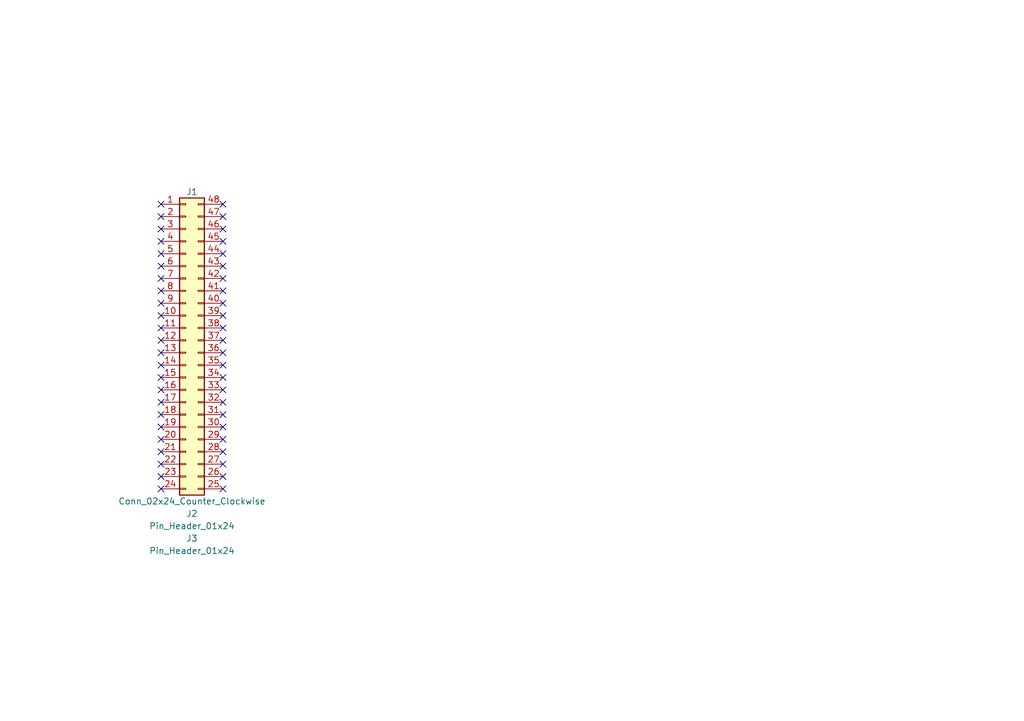
<source format=kicad_sch>
(kicad_sch
	(version 20250114)
	(generator "eeschema")
	(generator_version "9.0")
	(uuid "337b5f72-8be1-4121-9dc6-479b565482b2")
	(paper "A5")
	(title_block
		(title "Board 2x28 W15.24mm")
		(date "2025-09-29")
		(rev "V0")
	)
	(lib_symbols
		(symbol "Connector_Generic:Conn_02x24_Counter_Clockwise"
			(pin_names
				(offset 1.016)
				(hide yes)
			)
			(exclude_from_sim no)
			(in_bom yes)
			(on_board yes)
			(property "Reference" "J"
				(at 1.27 30.48 0)
				(effects
					(font
						(size 1.27 1.27)
					)
				)
			)
			(property "Value" "Conn_02x24_Counter_Clockwise"
				(at 1.27 -33.02 0)
				(effects
					(font
						(size 1.27 1.27)
					)
				)
			)
			(property "Footprint" ""
				(at 0 0 0)
				(effects
					(font
						(size 1.27 1.27)
					)
					(hide yes)
				)
			)
			(property "Datasheet" "~"
				(at 0 0 0)
				(effects
					(font
						(size 1.27 1.27)
					)
					(hide yes)
				)
			)
			(property "Description" "Generic connector, double row, 02x24, counter clockwise pin numbering scheme (similar to DIP package numbering), script generated (kicad-library-utils/schlib/autogen/connector/)"
				(at 0 0 0)
				(effects
					(font
						(size 1.27 1.27)
					)
					(hide yes)
				)
			)
			(property "ki_keywords" "connector"
				(at 0 0 0)
				(effects
					(font
						(size 1.27 1.27)
					)
					(hide yes)
				)
			)
			(property "ki_fp_filters" "Connector*:*_2x??_*"
				(at 0 0 0)
				(effects
					(font
						(size 1.27 1.27)
					)
					(hide yes)
				)
			)
			(symbol "Conn_02x24_Counter_Clockwise_1_1"
				(rectangle
					(start -1.27 29.21)
					(end 3.81 -31.75)
					(stroke
						(width 0.254)
						(type default)
					)
					(fill
						(type background)
					)
				)
				(rectangle
					(start -1.27 28.067)
					(end 0 27.813)
					(stroke
						(width 0.1524)
						(type default)
					)
					(fill
						(type none)
					)
				)
				(rectangle
					(start -1.27 25.527)
					(end 0 25.273)
					(stroke
						(width 0.1524)
						(type default)
					)
					(fill
						(type none)
					)
				)
				(rectangle
					(start -1.27 22.987)
					(end 0 22.733)
					(stroke
						(width 0.1524)
						(type default)
					)
					(fill
						(type none)
					)
				)
				(rectangle
					(start -1.27 20.447)
					(end 0 20.193)
					(stroke
						(width 0.1524)
						(type default)
					)
					(fill
						(type none)
					)
				)
				(rectangle
					(start -1.27 17.907)
					(end 0 17.653)
					(stroke
						(width 0.1524)
						(type default)
					)
					(fill
						(type none)
					)
				)
				(rectangle
					(start -1.27 15.367)
					(end 0 15.113)
					(stroke
						(width 0.1524)
						(type default)
					)
					(fill
						(type none)
					)
				)
				(rectangle
					(start -1.27 12.827)
					(end 0 12.573)
					(stroke
						(width 0.1524)
						(type default)
					)
					(fill
						(type none)
					)
				)
				(rectangle
					(start -1.27 10.287)
					(end 0 10.033)
					(stroke
						(width 0.1524)
						(type default)
					)
					(fill
						(type none)
					)
				)
				(rectangle
					(start -1.27 7.747)
					(end 0 7.493)
					(stroke
						(width 0.1524)
						(type default)
					)
					(fill
						(type none)
					)
				)
				(rectangle
					(start -1.27 5.207)
					(end 0 4.953)
					(stroke
						(width 0.1524)
						(type default)
					)
					(fill
						(type none)
					)
				)
				(rectangle
					(start -1.27 2.667)
					(end 0 2.413)
					(stroke
						(width 0.1524)
						(type default)
					)
					(fill
						(type none)
					)
				)
				(rectangle
					(start -1.27 0.127)
					(end 0 -0.127)
					(stroke
						(width 0.1524)
						(type default)
					)
					(fill
						(type none)
					)
				)
				(rectangle
					(start -1.27 -2.413)
					(end 0 -2.667)
					(stroke
						(width 0.1524)
						(type default)
					)
					(fill
						(type none)
					)
				)
				(rectangle
					(start -1.27 -4.953)
					(end 0 -5.207)
					(stroke
						(width 0.1524)
						(type default)
					)
					(fill
						(type none)
					)
				)
				(rectangle
					(start -1.27 -7.493)
					(end 0 -7.747)
					(stroke
						(width 0.1524)
						(type default)
					)
					(fill
						(type none)
					)
				)
				(rectangle
					(start -1.27 -10.033)
					(end 0 -10.287)
					(stroke
						(width 0.1524)
						(type default)
					)
					(fill
						(type none)
					)
				)
				(rectangle
					(start -1.27 -12.573)
					(end 0 -12.827)
					(stroke
						(width 0.1524)
						(type default)
					)
					(fill
						(type none)
					)
				)
				(rectangle
					(start -1.27 -15.113)
					(end 0 -15.367)
					(stroke
						(width 0.1524)
						(type default)
					)
					(fill
						(type none)
					)
				)
				(rectangle
					(start -1.27 -17.653)
					(end 0 -17.907)
					(stroke
						(width 0.1524)
						(type default)
					)
					(fill
						(type none)
					)
				)
				(rectangle
					(start -1.27 -20.193)
					(end 0 -20.447)
					(stroke
						(width 0.1524)
						(type default)
					)
					(fill
						(type none)
					)
				)
				(rectangle
					(start -1.27 -22.733)
					(end 0 -22.987)
					(stroke
						(width 0.1524)
						(type default)
					)
					(fill
						(type none)
					)
				)
				(rectangle
					(start -1.27 -25.273)
					(end 0 -25.527)
					(stroke
						(width 0.1524)
						(type default)
					)
					(fill
						(type none)
					)
				)
				(rectangle
					(start -1.27 -27.813)
					(end 0 -28.067)
					(stroke
						(width 0.1524)
						(type default)
					)
					(fill
						(type none)
					)
				)
				(rectangle
					(start -1.27 -30.353)
					(end 0 -30.607)
					(stroke
						(width 0.1524)
						(type default)
					)
					(fill
						(type none)
					)
				)
				(rectangle
					(start 3.81 28.067)
					(end 2.54 27.813)
					(stroke
						(width 0.1524)
						(type default)
					)
					(fill
						(type none)
					)
				)
				(rectangle
					(start 3.81 25.527)
					(end 2.54 25.273)
					(stroke
						(width 0.1524)
						(type default)
					)
					(fill
						(type none)
					)
				)
				(rectangle
					(start 3.81 22.987)
					(end 2.54 22.733)
					(stroke
						(width 0.1524)
						(type default)
					)
					(fill
						(type none)
					)
				)
				(rectangle
					(start 3.81 20.447)
					(end 2.54 20.193)
					(stroke
						(width 0.1524)
						(type default)
					)
					(fill
						(type none)
					)
				)
				(rectangle
					(start 3.81 17.907)
					(end 2.54 17.653)
					(stroke
						(width 0.1524)
						(type default)
					)
					(fill
						(type none)
					)
				)
				(rectangle
					(start 3.81 15.367)
					(end 2.54 15.113)
					(stroke
						(width 0.1524)
						(type default)
					)
					(fill
						(type none)
					)
				)
				(rectangle
					(start 3.81 12.827)
					(end 2.54 12.573)
					(stroke
						(width 0.1524)
						(type default)
					)
					(fill
						(type none)
					)
				)
				(rectangle
					(start 3.81 10.287)
					(end 2.54 10.033)
					(stroke
						(width 0.1524)
						(type default)
					)
					(fill
						(type none)
					)
				)
				(rectangle
					(start 3.81 7.747)
					(end 2.54 7.493)
					(stroke
						(width 0.1524)
						(type default)
					)
					(fill
						(type none)
					)
				)
				(rectangle
					(start 3.81 5.207)
					(end 2.54 4.953)
					(stroke
						(width 0.1524)
						(type default)
					)
					(fill
						(type none)
					)
				)
				(rectangle
					(start 3.81 2.667)
					(end 2.54 2.413)
					(stroke
						(width 0.1524)
						(type default)
					)
					(fill
						(type none)
					)
				)
				(rectangle
					(start 3.81 0.127)
					(end 2.54 -0.127)
					(stroke
						(width 0.1524)
						(type default)
					)
					(fill
						(type none)
					)
				)
				(rectangle
					(start 3.81 -2.413)
					(end 2.54 -2.667)
					(stroke
						(width 0.1524)
						(type default)
					)
					(fill
						(type none)
					)
				)
				(rectangle
					(start 3.81 -4.953)
					(end 2.54 -5.207)
					(stroke
						(width 0.1524)
						(type default)
					)
					(fill
						(type none)
					)
				)
				(rectangle
					(start 3.81 -7.493)
					(end 2.54 -7.747)
					(stroke
						(width 0.1524)
						(type default)
					)
					(fill
						(type none)
					)
				)
				(rectangle
					(start 3.81 -10.033)
					(end 2.54 -10.287)
					(stroke
						(width 0.1524)
						(type default)
					)
					(fill
						(type none)
					)
				)
				(rectangle
					(start 3.81 -12.573)
					(end 2.54 -12.827)
					(stroke
						(width 0.1524)
						(type default)
					)
					(fill
						(type none)
					)
				)
				(rectangle
					(start 3.81 -15.113)
					(end 2.54 -15.367)
					(stroke
						(width 0.1524)
						(type default)
					)
					(fill
						(type none)
					)
				)
				(rectangle
					(start 3.81 -17.653)
					(end 2.54 -17.907)
					(stroke
						(width 0.1524)
						(type default)
					)
					(fill
						(type none)
					)
				)
				(rectangle
					(start 3.81 -20.193)
					(end 2.54 -20.447)
					(stroke
						(width 0.1524)
						(type default)
					)
					(fill
						(type none)
					)
				)
				(rectangle
					(start 3.81 -22.733)
					(end 2.54 -22.987)
					(stroke
						(width 0.1524)
						(type default)
					)
					(fill
						(type none)
					)
				)
				(rectangle
					(start 3.81 -25.273)
					(end 2.54 -25.527)
					(stroke
						(width 0.1524)
						(type default)
					)
					(fill
						(type none)
					)
				)
				(rectangle
					(start 3.81 -27.813)
					(end 2.54 -28.067)
					(stroke
						(width 0.1524)
						(type default)
					)
					(fill
						(type none)
					)
				)
				(rectangle
					(start 3.81 -30.353)
					(end 2.54 -30.607)
					(stroke
						(width 0.1524)
						(type default)
					)
					(fill
						(type none)
					)
				)
				(pin passive line
					(at -5.08 27.94 0)
					(length 3.81)
					(name "Pin_1"
						(effects
							(font
								(size 1.27 1.27)
							)
						)
					)
					(number "1"
						(effects
							(font
								(size 1.27 1.27)
							)
						)
					)
				)
				(pin passive line
					(at -5.08 25.4 0)
					(length 3.81)
					(name "Pin_2"
						(effects
							(font
								(size 1.27 1.27)
							)
						)
					)
					(number "2"
						(effects
							(font
								(size 1.27 1.27)
							)
						)
					)
				)
				(pin passive line
					(at -5.08 22.86 0)
					(length 3.81)
					(name "Pin_3"
						(effects
							(font
								(size 1.27 1.27)
							)
						)
					)
					(number "3"
						(effects
							(font
								(size 1.27 1.27)
							)
						)
					)
				)
				(pin passive line
					(at -5.08 20.32 0)
					(length 3.81)
					(name "Pin_4"
						(effects
							(font
								(size 1.27 1.27)
							)
						)
					)
					(number "4"
						(effects
							(font
								(size 1.27 1.27)
							)
						)
					)
				)
				(pin passive line
					(at -5.08 17.78 0)
					(length 3.81)
					(name "Pin_5"
						(effects
							(font
								(size 1.27 1.27)
							)
						)
					)
					(number "5"
						(effects
							(font
								(size 1.27 1.27)
							)
						)
					)
				)
				(pin passive line
					(at -5.08 15.24 0)
					(length 3.81)
					(name "Pin_6"
						(effects
							(font
								(size 1.27 1.27)
							)
						)
					)
					(number "6"
						(effects
							(font
								(size 1.27 1.27)
							)
						)
					)
				)
				(pin passive line
					(at -5.08 12.7 0)
					(length 3.81)
					(name "Pin_7"
						(effects
							(font
								(size 1.27 1.27)
							)
						)
					)
					(number "7"
						(effects
							(font
								(size 1.27 1.27)
							)
						)
					)
				)
				(pin passive line
					(at -5.08 10.16 0)
					(length 3.81)
					(name "Pin_8"
						(effects
							(font
								(size 1.27 1.27)
							)
						)
					)
					(number "8"
						(effects
							(font
								(size 1.27 1.27)
							)
						)
					)
				)
				(pin passive line
					(at -5.08 7.62 0)
					(length 3.81)
					(name "Pin_9"
						(effects
							(font
								(size 1.27 1.27)
							)
						)
					)
					(number "9"
						(effects
							(font
								(size 1.27 1.27)
							)
						)
					)
				)
				(pin passive line
					(at -5.08 5.08 0)
					(length 3.81)
					(name "Pin_10"
						(effects
							(font
								(size 1.27 1.27)
							)
						)
					)
					(number "10"
						(effects
							(font
								(size 1.27 1.27)
							)
						)
					)
				)
				(pin passive line
					(at -5.08 2.54 0)
					(length 3.81)
					(name "Pin_11"
						(effects
							(font
								(size 1.27 1.27)
							)
						)
					)
					(number "11"
						(effects
							(font
								(size 1.27 1.27)
							)
						)
					)
				)
				(pin passive line
					(at -5.08 0 0)
					(length 3.81)
					(name "Pin_12"
						(effects
							(font
								(size 1.27 1.27)
							)
						)
					)
					(number "12"
						(effects
							(font
								(size 1.27 1.27)
							)
						)
					)
				)
				(pin passive line
					(at -5.08 -2.54 0)
					(length 3.81)
					(name "Pin_13"
						(effects
							(font
								(size 1.27 1.27)
							)
						)
					)
					(number "13"
						(effects
							(font
								(size 1.27 1.27)
							)
						)
					)
				)
				(pin passive line
					(at -5.08 -5.08 0)
					(length 3.81)
					(name "Pin_14"
						(effects
							(font
								(size 1.27 1.27)
							)
						)
					)
					(number "14"
						(effects
							(font
								(size 1.27 1.27)
							)
						)
					)
				)
				(pin passive line
					(at -5.08 -7.62 0)
					(length 3.81)
					(name "Pin_15"
						(effects
							(font
								(size 1.27 1.27)
							)
						)
					)
					(number "15"
						(effects
							(font
								(size 1.27 1.27)
							)
						)
					)
				)
				(pin passive line
					(at -5.08 -10.16 0)
					(length 3.81)
					(name "Pin_16"
						(effects
							(font
								(size 1.27 1.27)
							)
						)
					)
					(number "16"
						(effects
							(font
								(size 1.27 1.27)
							)
						)
					)
				)
				(pin passive line
					(at -5.08 -12.7 0)
					(length 3.81)
					(name "Pin_17"
						(effects
							(font
								(size 1.27 1.27)
							)
						)
					)
					(number "17"
						(effects
							(font
								(size 1.27 1.27)
							)
						)
					)
				)
				(pin passive line
					(at -5.08 -15.24 0)
					(length 3.81)
					(name "Pin_18"
						(effects
							(font
								(size 1.27 1.27)
							)
						)
					)
					(number "18"
						(effects
							(font
								(size 1.27 1.27)
							)
						)
					)
				)
				(pin passive line
					(at -5.08 -17.78 0)
					(length 3.81)
					(name "Pin_19"
						(effects
							(font
								(size 1.27 1.27)
							)
						)
					)
					(number "19"
						(effects
							(font
								(size 1.27 1.27)
							)
						)
					)
				)
				(pin passive line
					(at -5.08 -20.32 0)
					(length 3.81)
					(name "Pin_20"
						(effects
							(font
								(size 1.27 1.27)
							)
						)
					)
					(number "20"
						(effects
							(font
								(size 1.27 1.27)
							)
						)
					)
				)
				(pin passive line
					(at -5.08 -22.86 0)
					(length 3.81)
					(name "Pin_21"
						(effects
							(font
								(size 1.27 1.27)
							)
						)
					)
					(number "21"
						(effects
							(font
								(size 1.27 1.27)
							)
						)
					)
				)
				(pin passive line
					(at -5.08 -25.4 0)
					(length 3.81)
					(name "Pin_22"
						(effects
							(font
								(size 1.27 1.27)
							)
						)
					)
					(number "22"
						(effects
							(font
								(size 1.27 1.27)
							)
						)
					)
				)
				(pin passive line
					(at -5.08 -27.94 0)
					(length 3.81)
					(name "Pin_23"
						(effects
							(font
								(size 1.27 1.27)
							)
						)
					)
					(number "23"
						(effects
							(font
								(size 1.27 1.27)
							)
						)
					)
				)
				(pin passive line
					(at -5.08 -30.48 0)
					(length 3.81)
					(name "Pin_24"
						(effects
							(font
								(size 1.27 1.27)
							)
						)
					)
					(number "24"
						(effects
							(font
								(size 1.27 1.27)
							)
						)
					)
				)
				(pin passive line
					(at 7.62 27.94 180)
					(length 3.81)
					(name "Pin_48"
						(effects
							(font
								(size 1.27 1.27)
							)
						)
					)
					(number "48"
						(effects
							(font
								(size 1.27 1.27)
							)
						)
					)
				)
				(pin passive line
					(at 7.62 25.4 180)
					(length 3.81)
					(name "Pin_47"
						(effects
							(font
								(size 1.27 1.27)
							)
						)
					)
					(number "47"
						(effects
							(font
								(size 1.27 1.27)
							)
						)
					)
				)
				(pin passive line
					(at 7.62 22.86 180)
					(length 3.81)
					(name "Pin_46"
						(effects
							(font
								(size 1.27 1.27)
							)
						)
					)
					(number "46"
						(effects
							(font
								(size 1.27 1.27)
							)
						)
					)
				)
				(pin passive line
					(at 7.62 20.32 180)
					(length 3.81)
					(name "Pin_45"
						(effects
							(font
								(size 1.27 1.27)
							)
						)
					)
					(number "45"
						(effects
							(font
								(size 1.27 1.27)
							)
						)
					)
				)
				(pin passive line
					(at 7.62 17.78 180)
					(length 3.81)
					(name "Pin_44"
						(effects
							(font
								(size 1.27 1.27)
							)
						)
					)
					(number "44"
						(effects
							(font
								(size 1.27 1.27)
							)
						)
					)
				)
				(pin passive line
					(at 7.62 15.24 180)
					(length 3.81)
					(name "Pin_43"
						(effects
							(font
								(size 1.27 1.27)
							)
						)
					)
					(number "43"
						(effects
							(font
								(size 1.27 1.27)
							)
						)
					)
				)
				(pin passive line
					(at 7.62 12.7 180)
					(length 3.81)
					(name "Pin_42"
						(effects
							(font
								(size 1.27 1.27)
							)
						)
					)
					(number "42"
						(effects
							(font
								(size 1.27 1.27)
							)
						)
					)
				)
				(pin passive line
					(at 7.62 10.16 180)
					(length 3.81)
					(name "Pin_41"
						(effects
							(font
								(size 1.27 1.27)
							)
						)
					)
					(number "41"
						(effects
							(font
								(size 1.27 1.27)
							)
						)
					)
				)
				(pin passive line
					(at 7.62 7.62 180)
					(length 3.81)
					(name "Pin_40"
						(effects
							(font
								(size 1.27 1.27)
							)
						)
					)
					(number "40"
						(effects
							(font
								(size 1.27 1.27)
							)
						)
					)
				)
				(pin passive line
					(at 7.62 5.08 180)
					(length 3.81)
					(name "Pin_39"
						(effects
							(font
								(size 1.27 1.27)
							)
						)
					)
					(number "39"
						(effects
							(font
								(size 1.27 1.27)
							)
						)
					)
				)
				(pin passive line
					(at 7.62 2.54 180)
					(length 3.81)
					(name "Pin_38"
						(effects
							(font
								(size 1.27 1.27)
							)
						)
					)
					(number "38"
						(effects
							(font
								(size 1.27 1.27)
							)
						)
					)
				)
				(pin passive line
					(at 7.62 0 180)
					(length 3.81)
					(name "Pin_37"
						(effects
							(font
								(size 1.27 1.27)
							)
						)
					)
					(number "37"
						(effects
							(font
								(size 1.27 1.27)
							)
						)
					)
				)
				(pin passive line
					(at 7.62 -2.54 180)
					(length 3.81)
					(name "Pin_36"
						(effects
							(font
								(size 1.27 1.27)
							)
						)
					)
					(number "36"
						(effects
							(font
								(size 1.27 1.27)
							)
						)
					)
				)
				(pin passive line
					(at 7.62 -5.08 180)
					(length 3.81)
					(name "Pin_35"
						(effects
							(font
								(size 1.27 1.27)
							)
						)
					)
					(number "35"
						(effects
							(font
								(size 1.27 1.27)
							)
						)
					)
				)
				(pin passive line
					(at 7.62 -7.62 180)
					(length 3.81)
					(name "Pin_34"
						(effects
							(font
								(size 1.27 1.27)
							)
						)
					)
					(number "34"
						(effects
							(font
								(size 1.27 1.27)
							)
						)
					)
				)
				(pin passive line
					(at 7.62 -10.16 180)
					(length 3.81)
					(name "Pin_33"
						(effects
							(font
								(size 1.27 1.27)
							)
						)
					)
					(number "33"
						(effects
							(font
								(size 1.27 1.27)
							)
						)
					)
				)
				(pin passive line
					(at 7.62 -12.7 180)
					(length 3.81)
					(name "Pin_32"
						(effects
							(font
								(size 1.27 1.27)
							)
						)
					)
					(number "32"
						(effects
							(font
								(size 1.27 1.27)
							)
						)
					)
				)
				(pin passive line
					(at 7.62 -15.24 180)
					(length 3.81)
					(name "Pin_31"
						(effects
							(font
								(size 1.27 1.27)
							)
						)
					)
					(number "31"
						(effects
							(font
								(size 1.27 1.27)
							)
						)
					)
				)
				(pin passive line
					(at 7.62 -17.78 180)
					(length 3.81)
					(name "Pin_30"
						(effects
							(font
								(size 1.27 1.27)
							)
						)
					)
					(number "30"
						(effects
							(font
								(size 1.27 1.27)
							)
						)
					)
				)
				(pin passive line
					(at 7.62 -20.32 180)
					(length 3.81)
					(name "Pin_29"
						(effects
							(font
								(size 1.27 1.27)
							)
						)
					)
					(number "29"
						(effects
							(font
								(size 1.27 1.27)
							)
						)
					)
				)
				(pin passive line
					(at 7.62 -22.86 180)
					(length 3.81)
					(name "Pin_28"
						(effects
							(font
								(size 1.27 1.27)
							)
						)
					)
					(number "28"
						(effects
							(font
								(size 1.27 1.27)
							)
						)
					)
				)
				(pin passive line
					(at 7.62 -25.4 180)
					(length 3.81)
					(name "Pin_27"
						(effects
							(font
								(size 1.27 1.27)
							)
						)
					)
					(number "27"
						(effects
							(font
								(size 1.27 1.27)
							)
						)
					)
				)
				(pin passive line
					(at 7.62 -27.94 180)
					(length 3.81)
					(name "Pin_26"
						(effects
							(font
								(size 1.27 1.27)
							)
						)
					)
					(number "26"
						(effects
							(font
								(size 1.27 1.27)
							)
						)
					)
				)
				(pin passive line
					(at 7.62 -30.48 180)
					(length 3.81)
					(name "Pin_25"
						(effects
							(font
								(size 1.27 1.27)
							)
						)
					)
					(number "25"
						(effects
							(font
								(size 1.27 1.27)
							)
						)
					)
				)
			)
			(embedded_fonts no)
		)
		(symbol "HCP65:Pin_Header_01x24"
			(pin_names
				(offset 1.016)
				(hide yes)
			)
			(exclude_from_sim no)
			(in_bom yes)
			(on_board yes)
			(property "Reference" "J"
				(at 0 1.27 0)
				(effects
					(font
						(size 1.27 1.27)
					)
				)
			)
			(property "Value" "Pin_Header_01x24"
				(at 0 -1.27 0)
				(effects
					(font
						(size 1.27 1.27)
					)
				)
			)
			(property "Footprint" "SamacSys_Parts:PinHeader_1x24_P2.54mm_Vertical"
				(at 0 -3.81 0)
				(effects
					(font
						(size 1.27 1.27)
					)
					(hide yes)
				)
			)
			(property "Datasheet" "~"
				(at -5.08 0 0)
				(effects
					(font
						(size 1.27 1.27)
					)
					(hide yes)
				)
			)
			(property "Description" ""
				(at 0 0 0)
				(effects
					(font
						(size 1.27 1.27)
					)
					(hide yes)
				)
			)
			(property "ki_fp_filters" "Connector*:*_1x??_*"
				(at 0 0 0)
				(effects
					(font
						(size 1.27 1.27)
					)
					(hide yes)
				)
			)
			(embedded_fonts no)
		)
	)
	(no_connect
		(at 33.02 54.61)
		(uuid "0065458e-f199-42d7-9287-fb81162ad8b2")
	)
	(no_connect
		(at 45.72 72.39)
		(uuid "056c8aae-cd18-4897-928f-89a70901f4cd")
	)
	(no_connect
		(at 33.02 41.91)
		(uuid "0d032490-66e1-493f-9372-b4eeea7d18b3")
	)
	(no_connect
		(at 45.72 57.15)
		(uuid "16abb6bb-be1b-4175-a0e4-dd0614481420")
	)
	(no_connect
		(at 33.02 59.69)
		(uuid "1bb40313-6bb8-40c9-84d1-c92f681d6f20")
	)
	(no_connect
		(at 33.02 87.63)
		(uuid "243f0913-6ea4-4233-bead-5e9b4d02b604")
	)
	(no_connect
		(at 33.02 64.77)
		(uuid "247fd0d2-38fd-454c-bf63-cb37499b1f86")
	)
	(no_connect
		(at 33.02 72.39)
		(uuid "27bd1dd1-4561-4f93-ab43-2c4002428157")
	)
	(no_connect
		(at 33.02 95.25)
		(uuid "2ae1cb74-e290-4086-b07a-571ebf8cad3b")
	)
	(no_connect
		(at 33.02 74.93)
		(uuid "2bdcb7f6-b9a2-4704-8784-a4c3ff43ada8")
	)
	(no_connect
		(at 45.72 92.71)
		(uuid "31beff2a-ecea-4016-8157-603cc393c769")
	)
	(no_connect
		(at 33.02 92.71)
		(uuid "3549ac2a-8244-45ad-b05a-246394bef82b")
	)
	(no_connect
		(at 45.72 46.99)
		(uuid "3a0180af-486c-4b29-8be2-bca87f203261")
	)
	(no_connect
		(at 45.72 74.93)
		(uuid "3a183696-a37a-4b4f-886b-5e6a2627a9af")
	)
	(no_connect
		(at 45.72 54.61)
		(uuid "3e1fac14-e705-40d4-b26e-ad446f1b83fa")
	)
	(no_connect
		(at 33.02 67.31)
		(uuid "41928cdd-2e71-4fe6-a418-c16210d570a3")
	)
	(no_connect
		(at 45.72 69.85)
		(uuid "49eee662-6d58-4959-ad30-7c1c064688e0")
	)
	(no_connect
		(at 45.72 41.91)
		(uuid "505f2cb1-76d8-47f5-982e-dc8bfddee18e")
	)
	(no_connect
		(at 33.02 46.99)
		(uuid "52f4211a-a3d2-442f-8d37-07022bc3e091")
	)
	(no_connect
		(at 33.02 44.45)
		(uuid "613d70cf-fc15-41ae-87f4-bb0cdaf5b6f3")
	)
	(no_connect
		(at 33.02 85.09)
		(uuid "65b53130-5cb2-4775-bb48-159ce58511b6")
	)
	(no_connect
		(at 45.72 52.07)
		(uuid "696d8767-ff41-46c2-845a-6b7e7cac35b2")
	)
	(no_connect
		(at 33.02 77.47)
		(uuid "6e2e5b1e-84e9-49b0-a070-ab32809bb430")
	)
	(no_connect
		(at 33.02 97.79)
		(uuid "6f680a2e-bcef-473f-acff-ba18df22ec7c")
	)
	(no_connect
		(at 45.72 87.63)
		(uuid "70ef5daa-df39-47b9-bc2f-e2d73bd89e00")
	)
	(no_connect
		(at 33.02 57.15)
		(uuid "7a40c1e0-f3d0-4c9b-b3c8-a5618910a68a")
	)
	(no_connect
		(at 45.72 82.55)
		(uuid "7a75e167-c68b-4e73-a144-a7c620ad6199")
	)
	(no_connect
		(at 33.02 82.55)
		(uuid "86141851-60b0-479c-ac3a-108ba4fe224f")
	)
	(no_connect
		(at 45.72 44.45)
		(uuid "92dd3aef-dee0-4acd-962f-7bf60f20cc7d")
	)
	(no_connect
		(at 45.72 80.01)
		(uuid "a006c556-254e-422c-947b-4b090b667115")
	)
	(no_connect
		(at 45.72 59.69)
		(uuid "ab3495b5-f090-47a3-bcdf-5c239cad8e76")
	)
	(no_connect
		(at 33.02 69.85)
		(uuid "ab9d6b04-1d0a-431b-9e4b-5f41e932cf81")
	)
	(no_connect
		(at 33.02 100.33)
		(uuid "aedf5e53-aa2e-42db-8b27-8c4d710e2735")
	)
	(no_connect
		(at 45.72 85.09)
		(uuid "b060ae9b-36d7-4f88-980f-62dc63e23561")
	)
	(no_connect
		(at 45.72 100.33)
		(uuid "b5b62689-2725-405c-9645-e374005eab94")
	)
	(no_connect
		(at 33.02 62.23)
		(uuid "b616af75-cd68-40c0-a2f1-fcd06b7542e7")
	)
	(no_connect
		(at 45.72 90.17)
		(uuid "b883c0c1-87db-4201-815b-db6f1815110a")
	)
	(no_connect
		(at 45.72 67.31)
		(uuid "b8ead249-1eb9-4f87-95d2-d179095f837c")
	)
	(no_connect
		(at 45.72 49.53)
		(uuid "c637d3f2-d3b9-4bb9-8a75-0e22b04f8209")
	)
	(no_connect
		(at 45.72 77.47)
		(uuid "d0775ff3-c683-4b86-a460-893ec3f571e3")
	)
	(no_connect
		(at 45.72 64.77)
		(uuid "d7e624cf-ed11-42ec-bec3-9444c63aae91")
	)
	(no_connect
		(at 33.02 80.01)
		(uuid "e7d99eb8-13af-492a-a492-250517afef2d")
	)
	(no_connect
		(at 45.72 62.23)
		(uuid "e7e669d2-0576-44a1-9b80-9a68e04a5ab4")
	)
	(no_connect
		(at 45.72 97.79)
		(uuid "edc5c56d-cb1c-4d9f-b47c-e3dc95027ba4")
	)
	(no_connect
		(at 33.02 52.07)
		(uuid "f0d63e13-6a6a-419e-9681-6bd89d249413")
	)
	(no_connect
		(at 33.02 90.17)
		(uuid "f3eddf1a-1bb2-48e7-8593-ff4b64c86965")
	)
	(no_connect
		(at 33.02 49.53)
		(uuid "fce420f5-0d94-4008-9f6c-4a22dece4a75")
	)
	(no_connect
		(at 45.72 95.25)
		(uuid "fd0d50b7-438d-4369-802a-cc43d4285cb8")
	)
	(symbol
		(lib_id "HCP65:Pin_Header_01x24")
		(at 39.37 106.68 0)
		(mirror y)
		(unit 1)
		(exclude_from_sim no)
		(in_bom yes)
		(on_board yes)
		(dnp no)
		(uuid "08fc9b14-e9af-491f-9937-ccfa7218a2b3")
		(property "Reference" "J2"
			(at 39.37 105.41 0)
			(effects
				(font
					(size 1.27 1.27)
				)
			)
		)
		(property "Value" "Pin_Header_01x24"
			(at 39.37 107.95 0)
			(effects
				(font
					(size 1.27 1.27)
				)
			)
		)
		(property "Footprint" "SamacSys_Parts:PinHeader_1x24_P2.54mm_Vertical"
			(at 39.37 110.49 0)
			(effects
				(font
					(size 1.27 1.27)
				)
				(hide yes)
			)
		)
		(property "Datasheet" "~"
			(at 44.45 106.68 0)
			(effects
				(font
					(size 1.27 1.27)
				)
				(hide yes)
			)
		)
		(property "Description" ""
			(at 39.37 106.68 0)
			(effects
				(font
					(size 1.27 1.27)
				)
				(hide yes)
			)
		)
		(instances
			(project "Device Decode stage A"
				(path "/337b5f72-8be1-4121-9dc6-479b565482b2"
					(reference "J2")
					(unit 1)
				)
			)
		)
	)
	(symbol
		(lib_id "Connector_Generic:Conn_02x24_Counter_Clockwise")
		(at 38.1 69.85 0)
		(unit 1)
		(exclude_from_sim no)
		(in_bom yes)
		(on_board yes)
		(dnp no)
		(uuid "5c1ace65-13fa-441a-b954-d5a7c85605f9")
		(property "Reference" "J1"
			(at 39.37 39.37 0)
			(effects
				(font
					(size 1.27 1.27)
				)
			)
		)
		(property "Value" "Conn_02x24_Counter_Clockwise"
			(at 39.37 102.87 0)
			(effects
				(font
					(size 1.27 1.27)
				)
			)
		)
		(property "Footprint" ""
			(at 38.1 69.85 0)
			(effects
				(font
					(size 1.27 1.27)
				)
				(hide yes)
			)
		)
		(property "Datasheet" "~"
			(at 38.1 69.85 0)
			(effects
				(font
					(size 1.27 1.27)
				)
				(hide yes)
			)
		)
		(property "Description" "Generic connector, double row, 02x24, counter clockwise pin numbering scheme (similar to DIP package numbering), script generated (kicad-library-utils/schlib/autogen/connector/)"
			(at 38.1 69.85 0)
			(effects
				(font
					(size 1.27 1.27)
				)
				(hide yes)
			)
		)
		(pin "1"
			(uuid "a8d509bd-4a8b-4a1c-85c9-eb68c57b5fc7")
		)
		(pin "10"
			(uuid "5f30864c-a15b-4899-ad90-49118b727330")
		)
		(pin "11"
			(uuid "a5a1bee6-9d7d-4140-988d-8d6c8e3fbf48")
		)
		(pin "12"
			(uuid "08232596-8a69-438e-8488-41e82bcb9477")
		)
		(pin "2"
			(uuid "611960da-31a4-469a-b710-bafbe1388cd7")
		)
		(pin "3"
			(uuid "b650a310-8a66-403c-a39f-416422ca9710")
		)
		(pin "4"
			(uuid "df1fb353-192e-4ee2-99c6-611278e2600b")
		)
		(pin "5"
			(uuid "dcae5766-48cb-4931-9d69-40adda79da27")
		)
		(pin "6"
			(uuid "b5e78f2b-0e79-4f47-9247-644ac6710082")
		)
		(pin "7"
			(uuid "d690f893-afe4-444c-b2e0-49c0acedacb1")
		)
		(pin "8"
			(uuid "d17e70ab-a84e-44cf-a12d-8947ace8db8a")
		)
		(pin "9"
			(uuid "b4bc801e-c26c-489a-8fd6-106259ce14fb")
		)
		(pin "20"
			(uuid "a4c10824-a30e-45e4-add9-87668b6c4065")
		)
		(pin "37"
			(uuid "2edc744c-f9b4-46a6-891e-dc525c7d1054")
		)
		(pin "35"
			(uuid "e355968d-1eae-495d-a467-6ed731a80a6b")
		)
		(pin "33"
			(uuid "433c4fba-8f47-4b5b-97d3-5296624eedec")
		)
		(pin "31"
			(uuid "8c5d72a7-5220-46f4-b5dc-7e18d89352a0")
		)
		(pin "13"
			(uuid "d26e3160-f502-407e-938a-391101da4259")
		)
		(pin "14"
			(uuid "ad2d0caf-c2da-4e3d-bc8a-c22982aedf90")
		)
		(pin "16"
			(uuid "85fbec96-08eb-4482-ba26-ec0c546bad85")
		)
		(pin "18"
			(uuid "3f917cf6-812d-4466-a437-7772aaca27da")
		)
		(pin "15"
			(uuid "0d3df4b5-11d6-428a-a540-7e9cb336604b")
		)
		(pin "19"
			(uuid "4d710c2a-1431-476a-8f3f-8ecf7810209b")
		)
		(pin "40"
			(uuid "fa25f05d-e529-42ff-b7e0-bdba9e106bb3")
		)
		(pin "39"
			(uuid "0b8040bd-f6e8-42c6-a2c6-c10d52f266eb")
		)
		(pin "17"
			(uuid "8992d610-557d-4e13-a2fe-8fa7cd402c9d")
		)
		(pin "38"
			(uuid "44082341-5ba4-4eb8-97d7-7f46a90ecfdc")
		)
		(pin "36"
			(uuid "dc30e67e-cbed-425b-a261-05415fdbd888")
		)
		(pin "34"
			(uuid "f7466371-18f0-4c27-a1f1-7dc9bdb67aec")
		)
		(pin "32"
			(uuid "3506ead6-0a0e-4b8f-bd3d-c62248e69d93")
		)
		(pin "30"
			(uuid "8f65692b-0c08-440b-aad2-03a89329bdf3")
		)
		(pin "29"
			(uuid "476fb4b1-0a8f-4674-82dc-307ad458e761")
		)
		(pin "28"
			(uuid "751c89ed-f483-4134-9c2f-6e06efdc1ac4")
		)
		(pin "27"
			(uuid "f6cd2a55-415c-428c-aa88-f371889df378")
		)
		(pin "26"
			(uuid "f79aab68-69a7-40e6-a743-001349c5c18e")
		)
		(pin "25"
			(uuid "3096d566-f200-40be-b4ab-12e5092c5ba9")
		)
		(pin "24"
			(uuid "14331f6b-b61c-4625-9383-4a8ada29fda7")
		)
		(pin "23"
			(uuid "10040c92-9496-43c2-9fd7-10b0626f2dfd")
		)
		(pin "21"
			(uuid "65e11ace-c0b1-4f56-b7f7-7d005218d179")
		)
		(pin "22"
			(uuid "f85676cc-5976-4fcd-90fa-b50cdcd2d9a4")
		)
		(pin "44"
			(uuid "051b55a0-97f5-431a-b64a-3ae649d5a7b2")
		)
		(pin "43"
			(uuid "8e3299de-857a-4ff9-9470-eecf808a24d9")
		)
		(pin "42"
			(uuid "73d1d35e-70b7-45a0-b706-4872842e1a70")
		)
		(pin "41"
			(uuid "64a2f362-8440-4da7-8ea9-ba9f895712e7")
		)
		(pin "48"
			(uuid "f953dfa6-2eb0-4881-bc1a-f784c238a19b")
		)
		(pin "47"
			(uuid "d4c1dfe4-9277-4ca3-863f-f49c3fd99b0c")
		)
		(pin "45"
			(uuid "5fb8eaa9-cc5b-4fb0-8f48-2f3f0f5c0409")
		)
		(pin "46"
			(uuid "3f8d73e7-b16c-400f-a8b2-aeb67a2b8572")
		)
		(instances
			(project "Device Decode stage A"
				(path "/337b5f72-8be1-4121-9dc6-479b565482b2"
					(reference "J1")
					(unit 1)
				)
			)
		)
	)
	(symbol
		(lib_id "HCP65:Pin_Header_01x24")
		(at 39.37 111.76 0)
		(unit 1)
		(exclude_from_sim no)
		(in_bom yes)
		(on_board yes)
		(dnp no)
		(uuid "7afdacaf-4685-4267-b2f1-34f9785c8dfb")
		(property "Reference" "J3"
			(at 39.37 110.49 0)
			(effects
				(font
					(size 1.27 1.27)
				)
			)
		)
		(property "Value" "Pin_Header_01x24"
			(at 39.37 113.03 0)
			(effects
				(font
					(size 1.27 1.27)
				)
			)
		)
		(property "Footprint" "SamacSys_Parts:PinHeader_1x24_P2.54mm_Vertical"
			(at 39.37 115.57 0)
			(effects
				(font
					(size 1.27 1.27)
				)
				(hide yes)
			)
		)
		(property "Datasheet" "~"
			(at 34.29 111.76 0)
			(effects
				(font
					(size 1.27 1.27)
				)
				(hide yes)
			)
		)
		(property "Description" ""
			(at 39.37 111.76 0)
			(effects
				(font
					(size 1.27 1.27)
				)
				(hide yes)
			)
		)
		(instances
			(project "Device Decode stage A"
				(path "/337b5f72-8be1-4121-9dc6-479b565482b2"
					(reference "J3")
					(unit 1)
				)
			)
		)
	)
	(sheet_instances
		(path "/"
			(page "1")
		)
	)
	(embedded_fonts no)
)

</source>
